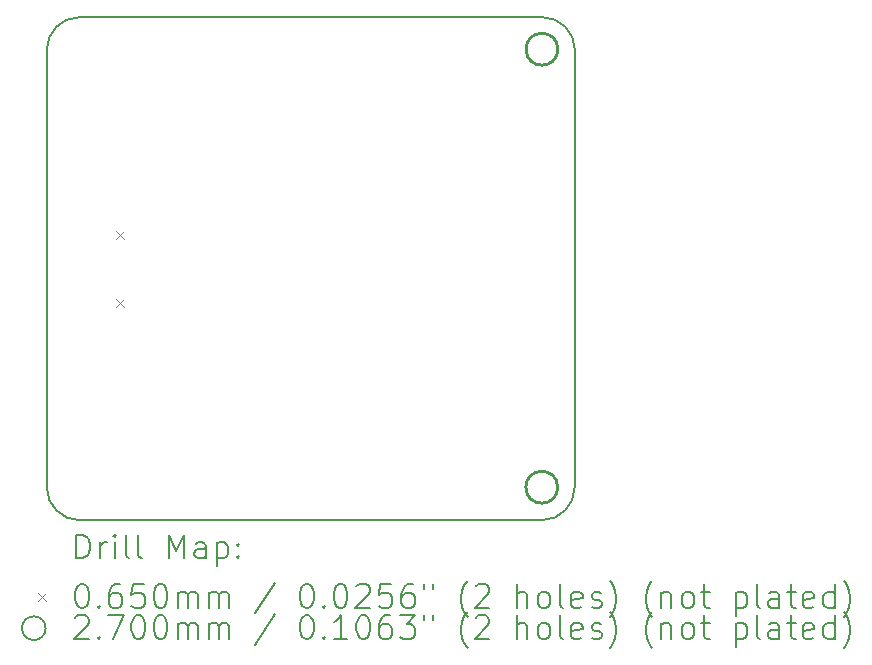
<source format=gbr>
%TF.GenerationSoftware,KiCad,Pcbnew,7.0.7*%
%TF.CreationDate,2024-01-20T15:39:34+01:00*%
%TF.ProjectId,esp-atx-power,6573702d-6174-4782-9d70-6f7765722e6b,1.0.0*%
%TF.SameCoordinates,PX6695f68PY7b6af88*%
%TF.FileFunction,Drillmap*%
%TF.FilePolarity,Positive*%
%FSLAX45Y45*%
G04 Gerber Fmt 4.5, Leading zero omitted, Abs format (unit mm)*
G04 Created by KiCad (PCBNEW 7.0.7) date 2024-01-20 15:39:34*
%MOMM*%
%LPD*%
G01*
G04 APERTURE LIST*
%ADD10C,0.200000*%
%ADD11C,0.065000*%
%ADD12C,0.270000*%
G04 APERTURE END LIST*
D10*
X4484504Y3980734D02*
G75*
G03*
X4205100Y4260134I-279404J-4D01*
G01*
X4203700Y0D02*
G75*
G03*
X4483100Y279400I0J279400D01*
G01*
X292100Y4260134D02*
X4205100Y4260134D01*
X12700Y279400D02*
G75*
G03*
X292100Y0I279400J0D01*
G01*
X4484500Y3980734D02*
X4483100Y279400D01*
X4203700Y0D02*
X292100Y0D01*
X12700Y279400D02*
X12700Y3980734D01*
X292100Y4260130D02*
G75*
G03*
X12700Y3980734I0J-279400D01*
G01*
D11*
X597700Y2448750D02*
X662700Y2383750D01*
X662700Y2448750D02*
X597700Y2383750D01*
X597700Y1870750D02*
X662700Y1805750D01*
X662700Y1870750D02*
X597700Y1805750D01*
D12*
X4338700Y279400D02*
G75*
G03*
X4338700Y279400I-135000J0D01*
G01*
X4340100Y3987800D02*
G75*
G03*
X4340100Y3987800I-135000J0D01*
G01*
D10*
X263477Y-321484D02*
X263477Y-121484D01*
X263477Y-121484D02*
X311096Y-121484D01*
X311096Y-121484D02*
X339667Y-131008D01*
X339667Y-131008D02*
X358715Y-150055D01*
X358715Y-150055D02*
X368239Y-169103D01*
X368239Y-169103D02*
X377762Y-207198D01*
X377762Y-207198D02*
X377762Y-235769D01*
X377762Y-235769D02*
X368239Y-273865D01*
X368239Y-273865D02*
X358715Y-292912D01*
X358715Y-292912D02*
X339667Y-311960D01*
X339667Y-311960D02*
X311096Y-321484D01*
X311096Y-321484D02*
X263477Y-321484D01*
X463477Y-321484D02*
X463477Y-188150D01*
X463477Y-226246D02*
X473001Y-207198D01*
X473001Y-207198D02*
X482524Y-197674D01*
X482524Y-197674D02*
X501572Y-188150D01*
X501572Y-188150D02*
X520620Y-188150D01*
X587286Y-321484D02*
X587286Y-188150D01*
X587286Y-121484D02*
X577763Y-131008D01*
X577763Y-131008D02*
X587286Y-140531D01*
X587286Y-140531D02*
X596810Y-131008D01*
X596810Y-131008D02*
X587286Y-121484D01*
X587286Y-121484D02*
X587286Y-140531D01*
X711096Y-321484D02*
X692048Y-311960D01*
X692048Y-311960D02*
X682524Y-292912D01*
X682524Y-292912D02*
X682524Y-121484D01*
X815858Y-321484D02*
X796810Y-311960D01*
X796810Y-311960D02*
X787286Y-292912D01*
X787286Y-292912D02*
X787286Y-121484D01*
X1044429Y-321484D02*
X1044429Y-121484D01*
X1044429Y-121484D02*
X1111096Y-264341D01*
X1111096Y-264341D02*
X1177763Y-121484D01*
X1177763Y-121484D02*
X1177763Y-321484D01*
X1358715Y-321484D02*
X1358715Y-216722D01*
X1358715Y-216722D02*
X1349191Y-197674D01*
X1349191Y-197674D02*
X1330144Y-188150D01*
X1330144Y-188150D02*
X1292048Y-188150D01*
X1292048Y-188150D02*
X1273001Y-197674D01*
X1358715Y-311960D02*
X1339667Y-321484D01*
X1339667Y-321484D02*
X1292048Y-321484D01*
X1292048Y-321484D02*
X1273001Y-311960D01*
X1273001Y-311960D02*
X1263477Y-292912D01*
X1263477Y-292912D02*
X1263477Y-273865D01*
X1263477Y-273865D02*
X1273001Y-254817D01*
X1273001Y-254817D02*
X1292048Y-245293D01*
X1292048Y-245293D02*
X1339667Y-245293D01*
X1339667Y-245293D02*
X1358715Y-235769D01*
X1453953Y-188150D02*
X1453953Y-388150D01*
X1453953Y-197674D02*
X1473001Y-188150D01*
X1473001Y-188150D02*
X1511096Y-188150D01*
X1511096Y-188150D02*
X1530143Y-197674D01*
X1530143Y-197674D02*
X1539667Y-207198D01*
X1539667Y-207198D02*
X1549191Y-226246D01*
X1549191Y-226246D02*
X1549191Y-283389D01*
X1549191Y-283389D02*
X1539667Y-302436D01*
X1539667Y-302436D02*
X1530143Y-311960D01*
X1530143Y-311960D02*
X1511096Y-321484D01*
X1511096Y-321484D02*
X1473001Y-321484D01*
X1473001Y-321484D02*
X1453953Y-311960D01*
X1634905Y-302436D02*
X1644429Y-311960D01*
X1644429Y-311960D02*
X1634905Y-321484D01*
X1634905Y-321484D02*
X1625382Y-311960D01*
X1625382Y-311960D02*
X1634905Y-302436D01*
X1634905Y-302436D02*
X1634905Y-321484D01*
X1634905Y-197674D02*
X1644429Y-207198D01*
X1644429Y-207198D02*
X1634905Y-216722D01*
X1634905Y-216722D02*
X1625382Y-207198D01*
X1625382Y-207198D02*
X1634905Y-197674D01*
X1634905Y-197674D02*
X1634905Y-216722D01*
D11*
X-62300Y-617500D02*
X2700Y-682500D01*
X2700Y-617500D02*
X-62300Y-682500D01*
D10*
X301572Y-541484D02*
X320620Y-541484D01*
X320620Y-541484D02*
X339667Y-551008D01*
X339667Y-551008D02*
X349191Y-560531D01*
X349191Y-560531D02*
X358715Y-579579D01*
X358715Y-579579D02*
X368239Y-617674D01*
X368239Y-617674D02*
X368239Y-665293D01*
X368239Y-665293D02*
X358715Y-703388D01*
X358715Y-703388D02*
X349191Y-722436D01*
X349191Y-722436D02*
X339667Y-731960D01*
X339667Y-731960D02*
X320620Y-741484D01*
X320620Y-741484D02*
X301572Y-741484D01*
X301572Y-741484D02*
X282524Y-731960D01*
X282524Y-731960D02*
X273001Y-722436D01*
X273001Y-722436D02*
X263477Y-703388D01*
X263477Y-703388D02*
X253953Y-665293D01*
X253953Y-665293D02*
X253953Y-617674D01*
X253953Y-617674D02*
X263477Y-579579D01*
X263477Y-579579D02*
X273001Y-560531D01*
X273001Y-560531D02*
X282524Y-551008D01*
X282524Y-551008D02*
X301572Y-541484D01*
X453953Y-722436D02*
X463477Y-731960D01*
X463477Y-731960D02*
X453953Y-741484D01*
X453953Y-741484D02*
X444429Y-731960D01*
X444429Y-731960D02*
X453953Y-722436D01*
X453953Y-722436D02*
X453953Y-741484D01*
X634905Y-541484D02*
X596810Y-541484D01*
X596810Y-541484D02*
X577763Y-551008D01*
X577763Y-551008D02*
X568239Y-560531D01*
X568239Y-560531D02*
X549191Y-589103D01*
X549191Y-589103D02*
X539667Y-627198D01*
X539667Y-627198D02*
X539667Y-703388D01*
X539667Y-703388D02*
X549191Y-722436D01*
X549191Y-722436D02*
X558715Y-731960D01*
X558715Y-731960D02*
X577763Y-741484D01*
X577763Y-741484D02*
X615858Y-741484D01*
X615858Y-741484D02*
X634905Y-731960D01*
X634905Y-731960D02*
X644429Y-722436D01*
X644429Y-722436D02*
X653953Y-703388D01*
X653953Y-703388D02*
X653953Y-655770D01*
X653953Y-655770D02*
X644429Y-636722D01*
X644429Y-636722D02*
X634905Y-627198D01*
X634905Y-627198D02*
X615858Y-617674D01*
X615858Y-617674D02*
X577763Y-617674D01*
X577763Y-617674D02*
X558715Y-627198D01*
X558715Y-627198D02*
X549191Y-636722D01*
X549191Y-636722D02*
X539667Y-655770D01*
X834905Y-541484D02*
X739667Y-541484D01*
X739667Y-541484D02*
X730143Y-636722D01*
X730143Y-636722D02*
X739667Y-627198D01*
X739667Y-627198D02*
X758715Y-617674D01*
X758715Y-617674D02*
X806334Y-617674D01*
X806334Y-617674D02*
X825382Y-627198D01*
X825382Y-627198D02*
X834905Y-636722D01*
X834905Y-636722D02*
X844429Y-655770D01*
X844429Y-655770D02*
X844429Y-703388D01*
X844429Y-703388D02*
X834905Y-722436D01*
X834905Y-722436D02*
X825382Y-731960D01*
X825382Y-731960D02*
X806334Y-741484D01*
X806334Y-741484D02*
X758715Y-741484D01*
X758715Y-741484D02*
X739667Y-731960D01*
X739667Y-731960D02*
X730143Y-722436D01*
X968239Y-541484D02*
X987286Y-541484D01*
X987286Y-541484D02*
X1006334Y-551008D01*
X1006334Y-551008D02*
X1015858Y-560531D01*
X1015858Y-560531D02*
X1025382Y-579579D01*
X1025382Y-579579D02*
X1034905Y-617674D01*
X1034905Y-617674D02*
X1034905Y-665293D01*
X1034905Y-665293D02*
X1025382Y-703388D01*
X1025382Y-703388D02*
X1015858Y-722436D01*
X1015858Y-722436D02*
X1006334Y-731960D01*
X1006334Y-731960D02*
X987286Y-741484D01*
X987286Y-741484D02*
X968239Y-741484D01*
X968239Y-741484D02*
X949191Y-731960D01*
X949191Y-731960D02*
X939667Y-722436D01*
X939667Y-722436D02*
X930143Y-703388D01*
X930143Y-703388D02*
X920620Y-665293D01*
X920620Y-665293D02*
X920620Y-617674D01*
X920620Y-617674D02*
X930143Y-579579D01*
X930143Y-579579D02*
X939667Y-560531D01*
X939667Y-560531D02*
X949191Y-551008D01*
X949191Y-551008D02*
X968239Y-541484D01*
X1120620Y-741484D02*
X1120620Y-608150D01*
X1120620Y-627198D02*
X1130144Y-617674D01*
X1130144Y-617674D02*
X1149191Y-608150D01*
X1149191Y-608150D02*
X1177763Y-608150D01*
X1177763Y-608150D02*
X1196810Y-617674D01*
X1196810Y-617674D02*
X1206334Y-636722D01*
X1206334Y-636722D02*
X1206334Y-741484D01*
X1206334Y-636722D02*
X1215858Y-617674D01*
X1215858Y-617674D02*
X1234905Y-608150D01*
X1234905Y-608150D02*
X1263477Y-608150D01*
X1263477Y-608150D02*
X1282525Y-617674D01*
X1282525Y-617674D02*
X1292048Y-636722D01*
X1292048Y-636722D02*
X1292048Y-741484D01*
X1387286Y-741484D02*
X1387286Y-608150D01*
X1387286Y-627198D02*
X1396810Y-617674D01*
X1396810Y-617674D02*
X1415858Y-608150D01*
X1415858Y-608150D02*
X1444429Y-608150D01*
X1444429Y-608150D02*
X1463477Y-617674D01*
X1463477Y-617674D02*
X1473001Y-636722D01*
X1473001Y-636722D02*
X1473001Y-741484D01*
X1473001Y-636722D02*
X1482524Y-617674D01*
X1482524Y-617674D02*
X1501572Y-608150D01*
X1501572Y-608150D02*
X1530143Y-608150D01*
X1530143Y-608150D02*
X1549191Y-617674D01*
X1549191Y-617674D02*
X1558715Y-636722D01*
X1558715Y-636722D02*
X1558715Y-741484D01*
X1949191Y-531960D02*
X1777763Y-789103D01*
X2206334Y-541484D02*
X2225382Y-541484D01*
X2225382Y-541484D02*
X2244429Y-551008D01*
X2244429Y-551008D02*
X2253953Y-560531D01*
X2253953Y-560531D02*
X2263477Y-579579D01*
X2263477Y-579579D02*
X2273001Y-617674D01*
X2273001Y-617674D02*
X2273001Y-665293D01*
X2273001Y-665293D02*
X2263477Y-703388D01*
X2263477Y-703388D02*
X2253953Y-722436D01*
X2253953Y-722436D02*
X2244429Y-731960D01*
X2244429Y-731960D02*
X2225382Y-741484D01*
X2225382Y-741484D02*
X2206334Y-741484D01*
X2206334Y-741484D02*
X2187287Y-731960D01*
X2187287Y-731960D02*
X2177763Y-722436D01*
X2177763Y-722436D02*
X2168239Y-703388D01*
X2168239Y-703388D02*
X2158715Y-665293D01*
X2158715Y-665293D02*
X2158715Y-617674D01*
X2158715Y-617674D02*
X2168239Y-579579D01*
X2168239Y-579579D02*
X2177763Y-560531D01*
X2177763Y-560531D02*
X2187287Y-551008D01*
X2187287Y-551008D02*
X2206334Y-541484D01*
X2358715Y-722436D02*
X2368239Y-731960D01*
X2368239Y-731960D02*
X2358715Y-741484D01*
X2358715Y-741484D02*
X2349191Y-731960D01*
X2349191Y-731960D02*
X2358715Y-722436D01*
X2358715Y-722436D02*
X2358715Y-741484D01*
X2492048Y-541484D02*
X2511096Y-541484D01*
X2511096Y-541484D02*
X2530144Y-551008D01*
X2530144Y-551008D02*
X2539668Y-560531D01*
X2539668Y-560531D02*
X2549191Y-579579D01*
X2549191Y-579579D02*
X2558715Y-617674D01*
X2558715Y-617674D02*
X2558715Y-665293D01*
X2558715Y-665293D02*
X2549191Y-703388D01*
X2549191Y-703388D02*
X2539668Y-722436D01*
X2539668Y-722436D02*
X2530144Y-731960D01*
X2530144Y-731960D02*
X2511096Y-741484D01*
X2511096Y-741484D02*
X2492048Y-741484D01*
X2492048Y-741484D02*
X2473001Y-731960D01*
X2473001Y-731960D02*
X2463477Y-722436D01*
X2463477Y-722436D02*
X2453953Y-703388D01*
X2453953Y-703388D02*
X2444429Y-665293D01*
X2444429Y-665293D02*
X2444429Y-617674D01*
X2444429Y-617674D02*
X2453953Y-579579D01*
X2453953Y-579579D02*
X2463477Y-560531D01*
X2463477Y-560531D02*
X2473001Y-551008D01*
X2473001Y-551008D02*
X2492048Y-541484D01*
X2634906Y-560531D02*
X2644429Y-551008D01*
X2644429Y-551008D02*
X2663477Y-541484D01*
X2663477Y-541484D02*
X2711096Y-541484D01*
X2711096Y-541484D02*
X2730144Y-551008D01*
X2730144Y-551008D02*
X2739668Y-560531D01*
X2739668Y-560531D02*
X2749191Y-579579D01*
X2749191Y-579579D02*
X2749191Y-598627D01*
X2749191Y-598627D02*
X2739668Y-627198D01*
X2739668Y-627198D02*
X2625382Y-741484D01*
X2625382Y-741484D02*
X2749191Y-741484D01*
X2930144Y-541484D02*
X2834906Y-541484D01*
X2834906Y-541484D02*
X2825382Y-636722D01*
X2825382Y-636722D02*
X2834906Y-627198D01*
X2834906Y-627198D02*
X2853953Y-617674D01*
X2853953Y-617674D02*
X2901572Y-617674D01*
X2901572Y-617674D02*
X2920620Y-627198D01*
X2920620Y-627198D02*
X2930144Y-636722D01*
X2930144Y-636722D02*
X2939667Y-655770D01*
X2939667Y-655770D02*
X2939667Y-703388D01*
X2939667Y-703388D02*
X2930144Y-722436D01*
X2930144Y-722436D02*
X2920620Y-731960D01*
X2920620Y-731960D02*
X2901572Y-741484D01*
X2901572Y-741484D02*
X2853953Y-741484D01*
X2853953Y-741484D02*
X2834906Y-731960D01*
X2834906Y-731960D02*
X2825382Y-722436D01*
X3111096Y-541484D02*
X3073001Y-541484D01*
X3073001Y-541484D02*
X3053953Y-551008D01*
X3053953Y-551008D02*
X3044429Y-560531D01*
X3044429Y-560531D02*
X3025382Y-589103D01*
X3025382Y-589103D02*
X3015858Y-627198D01*
X3015858Y-627198D02*
X3015858Y-703388D01*
X3015858Y-703388D02*
X3025382Y-722436D01*
X3025382Y-722436D02*
X3034906Y-731960D01*
X3034906Y-731960D02*
X3053953Y-741484D01*
X3053953Y-741484D02*
X3092048Y-741484D01*
X3092048Y-741484D02*
X3111096Y-731960D01*
X3111096Y-731960D02*
X3120620Y-722436D01*
X3120620Y-722436D02*
X3130144Y-703388D01*
X3130144Y-703388D02*
X3130144Y-655770D01*
X3130144Y-655770D02*
X3120620Y-636722D01*
X3120620Y-636722D02*
X3111096Y-627198D01*
X3111096Y-627198D02*
X3092048Y-617674D01*
X3092048Y-617674D02*
X3053953Y-617674D01*
X3053953Y-617674D02*
X3034906Y-627198D01*
X3034906Y-627198D02*
X3025382Y-636722D01*
X3025382Y-636722D02*
X3015858Y-655770D01*
X3206334Y-541484D02*
X3206334Y-579579D01*
X3282525Y-541484D02*
X3282525Y-579579D01*
X3577763Y-817674D02*
X3568239Y-808150D01*
X3568239Y-808150D02*
X3549191Y-779579D01*
X3549191Y-779579D02*
X3539668Y-760531D01*
X3539668Y-760531D02*
X3530144Y-731960D01*
X3530144Y-731960D02*
X3520620Y-684341D01*
X3520620Y-684341D02*
X3520620Y-646246D01*
X3520620Y-646246D02*
X3530144Y-598627D01*
X3530144Y-598627D02*
X3539668Y-570055D01*
X3539668Y-570055D02*
X3549191Y-551008D01*
X3549191Y-551008D02*
X3568239Y-522436D01*
X3568239Y-522436D02*
X3577763Y-512912D01*
X3644429Y-560531D02*
X3653953Y-551008D01*
X3653953Y-551008D02*
X3673001Y-541484D01*
X3673001Y-541484D02*
X3720620Y-541484D01*
X3720620Y-541484D02*
X3739668Y-551008D01*
X3739668Y-551008D02*
X3749191Y-560531D01*
X3749191Y-560531D02*
X3758715Y-579579D01*
X3758715Y-579579D02*
X3758715Y-598627D01*
X3758715Y-598627D02*
X3749191Y-627198D01*
X3749191Y-627198D02*
X3634906Y-741484D01*
X3634906Y-741484D02*
X3758715Y-741484D01*
X3996810Y-741484D02*
X3996810Y-541484D01*
X4082525Y-741484D02*
X4082525Y-636722D01*
X4082525Y-636722D02*
X4073001Y-617674D01*
X4073001Y-617674D02*
X4053953Y-608150D01*
X4053953Y-608150D02*
X4025382Y-608150D01*
X4025382Y-608150D02*
X4006334Y-617674D01*
X4006334Y-617674D02*
X3996810Y-627198D01*
X4206334Y-741484D02*
X4187287Y-731960D01*
X4187287Y-731960D02*
X4177763Y-722436D01*
X4177763Y-722436D02*
X4168239Y-703388D01*
X4168239Y-703388D02*
X4168239Y-646246D01*
X4168239Y-646246D02*
X4177763Y-627198D01*
X4177763Y-627198D02*
X4187287Y-617674D01*
X4187287Y-617674D02*
X4206334Y-608150D01*
X4206334Y-608150D02*
X4234906Y-608150D01*
X4234906Y-608150D02*
X4253953Y-617674D01*
X4253953Y-617674D02*
X4263477Y-627198D01*
X4263477Y-627198D02*
X4273001Y-646246D01*
X4273001Y-646246D02*
X4273001Y-703388D01*
X4273001Y-703388D02*
X4263477Y-722436D01*
X4263477Y-722436D02*
X4253953Y-731960D01*
X4253953Y-731960D02*
X4234906Y-741484D01*
X4234906Y-741484D02*
X4206334Y-741484D01*
X4387287Y-741484D02*
X4368239Y-731960D01*
X4368239Y-731960D02*
X4358715Y-712912D01*
X4358715Y-712912D02*
X4358715Y-541484D01*
X4539668Y-731960D02*
X4520620Y-741484D01*
X4520620Y-741484D02*
X4482525Y-741484D01*
X4482525Y-741484D02*
X4463477Y-731960D01*
X4463477Y-731960D02*
X4453953Y-712912D01*
X4453953Y-712912D02*
X4453953Y-636722D01*
X4453953Y-636722D02*
X4463477Y-617674D01*
X4463477Y-617674D02*
X4482525Y-608150D01*
X4482525Y-608150D02*
X4520620Y-608150D01*
X4520620Y-608150D02*
X4539668Y-617674D01*
X4539668Y-617674D02*
X4549192Y-636722D01*
X4549192Y-636722D02*
X4549192Y-655770D01*
X4549192Y-655770D02*
X4453953Y-674817D01*
X4625382Y-731960D02*
X4644430Y-741484D01*
X4644430Y-741484D02*
X4682525Y-741484D01*
X4682525Y-741484D02*
X4701573Y-731960D01*
X4701573Y-731960D02*
X4711096Y-712912D01*
X4711096Y-712912D02*
X4711096Y-703388D01*
X4711096Y-703388D02*
X4701573Y-684341D01*
X4701573Y-684341D02*
X4682525Y-674817D01*
X4682525Y-674817D02*
X4653953Y-674817D01*
X4653953Y-674817D02*
X4634906Y-665293D01*
X4634906Y-665293D02*
X4625382Y-646246D01*
X4625382Y-646246D02*
X4625382Y-636722D01*
X4625382Y-636722D02*
X4634906Y-617674D01*
X4634906Y-617674D02*
X4653953Y-608150D01*
X4653953Y-608150D02*
X4682525Y-608150D01*
X4682525Y-608150D02*
X4701573Y-617674D01*
X4777763Y-817674D02*
X4787287Y-808150D01*
X4787287Y-808150D02*
X4806334Y-779579D01*
X4806334Y-779579D02*
X4815858Y-760531D01*
X4815858Y-760531D02*
X4825382Y-731960D01*
X4825382Y-731960D02*
X4834906Y-684341D01*
X4834906Y-684341D02*
X4834906Y-646246D01*
X4834906Y-646246D02*
X4825382Y-598627D01*
X4825382Y-598627D02*
X4815858Y-570055D01*
X4815858Y-570055D02*
X4806334Y-551008D01*
X4806334Y-551008D02*
X4787287Y-522436D01*
X4787287Y-522436D02*
X4777763Y-512912D01*
X5139668Y-817674D02*
X5130144Y-808150D01*
X5130144Y-808150D02*
X5111096Y-779579D01*
X5111096Y-779579D02*
X5101573Y-760531D01*
X5101573Y-760531D02*
X5092049Y-731960D01*
X5092049Y-731960D02*
X5082525Y-684341D01*
X5082525Y-684341D02*
X5082525Y-646246D01*
X5082525Y-646246D02*
X5092049Y-598627D01*
X5092049Y-598627D02*
X5101573Y-570055D01*
X5101573Y-570055D02*
X5111096Y-551008D01*
X5111096Y-551008D02*
X5130144Y-522436D01*
X5130144Y-522436D02*
X5139668Y-512912D01*
X5215858Y-608150D02*
X5215858Y-741484D01*
X5215858Y-627198D02*
X5225382Y-617674D01*
X5225382Y-617674D02*
X5244430Y-608150D01*
X5244430Y-608150D02*
X5273001Y-608150D01*
X5273001Y-608150D02*
X5292049Y-617674D01*
X5292049Y-617674D02*
X5301573Y-636722D01*
X5301573Y-636722D02*
X5301573Y-741484D01*
X5425382Y-741484D02*
X5406334Y-731960D01*
X5406334Y-731960D02*
X5396811Y-722436D01*
X5396811Y-722436D02*
X5387287Y-703388D01*
X5387287Y-703388D02*
X5387287Y-646246D01*
X5387287Y-646246D02*
X5396811Y-627198D01*
X5396811Y-627198D02*
X5406334Y-617674D01*
X5406334Y-617674D02*
X5425382Y-608150D01*
X5425382Y-608150D02*
X5453954Y-608150D01*
X5453954Y-608150D02*
X5473001Y-617674D01*
X5473001Y-617674D02*
X5482525Y-627198D01*
X5482525Y-627198D02*
X5492049Y-646246D01*
X5492049Y-646246D02*
X5492049Y-703388D01*
X5492049Y-703388D02*
X5482525Y-722436D01*
X5482525Y-722436D02*
X5473001Y-731960D01*
X5473001Y-731960D02*
X5453954Y-741484D01*
X5453954Y-741484D02*
X5425382Y-741484D01*
X5549192Y-608150D02*
X5625382Y-608150D01*
X5577763Y-541484D02*
X5577763Y-712912D01*
X5577763Y-712912D02*
X5587287Y-731960D01*
X5587287Y-731960D02*
X5606334Y-741484D01*
X5606334Y-741484D02*
X5625382Y-741484D01*
X5844430Y-608150D02*
X5844430Y-808150D01*
X5844430Y-617674D02*
X5863477Y-608150D01*
X5863477Y-608150D02*
X5901573Y-608150D01*
X5901573Y-608150D02*
X5920620Y-617674D01*
X5920620Y-617674D02*
X5930144Y-627198D01*
X5930144Y-627198D02*
X5939668Y-646246D01*
X5939668Y-646246D02*
X5939668Y-703388D01*
X5939668Y-703388D02*
X5930144Y-722436D01*
X5930144Y-722436D02*
X5920620Y-731960D01*
X5920620Y-731960D02*
X5901573Y-741484D01*
X5901573Y-741484D02*
X5863477Y-741484D01*
X5863477Y-741484D02*
X5844430Y-731960D01*
X6053953Y-741484D02*
X6034906Y-731960D01*
X6034906Y-731960D02*
X6025382Y-712912D01*
X6025382Y-712912D02*
X6025382Y-541484D01*
X6215858Y-741484D02*
X6215858Y-636722D01*
X6215858Y-636722D02*
X6206334Y-617674D01*
X6206334Y-617674D02*
X6187287Y-608150D01*
X6187287Y-608150D02*
X6149192Y-608150D01*
X6149192Y-608150D02*
X6130144Y-617674D01*
X6215858Y-731960D02*
X6196811Y-741484D01*
X6196811Y-741484D02*
X6149192Y-741484D01*
X6149192Y-741484D02*
X6130144Y-731960D01*
X6130144Y-731960D02*
X6120620Y-712912D01*
X6120620Y-712912D02*
X6120620Y-693865D01*
X6120620Y-693865D02*
X6130144Y-674817D01*
X6130144Y-674817D02*
X6149192Y-665293D01*
X6149192Y-665293D02*
X6196811Y-665293D01*
X6196811Y-665293D02*
X6215858Y-655770D01*
X6282525Y-608150D02*
X6358715Y-608150D01*
X6311096Y-541484D02*
X6311096Y-712912D01*
X6311096Y-712912D02*
X6320620Y-731960D01*
X6320620Y-731960D02*
X6339668Y-741484D01*
X6339668Y-741484D02*
X6358715Y-741484D01*
X6501573Y-731960D02*
X6482525Y-741484D01*
X6482525Y-741484D02*
X6444430Y-741484D01*
X6444430Y-741484D02*
X6425382Y-731960D01*
X6425382Y-731960D02*
X6415858Y-712912D01*
X6415858Y-712912D02*
X6415858Y-636722D01*
X6415858Y-636722D02*
X6425382Y-617674D01*
X6425382Y-617674D02*
X6444430Y-608150D01*
X6444430Y-608150D02*
X6482525Y-608150D01*
X6482525Y-608150D02*
X6501573Y-617674D01*
X6501573Y-617674D02*
X6511096Y-636722D01*
X6511096Y-636722D02*
X6511096Y-655770D01*
X6511096Y-655770D02*
X6415858Y-674817D01*
X6682525Y-741484D02*
X6682525Y-541484D01*
X6682525Y-731960D02*
X6663477Y-741484D01*
X6663477Y-741484D02*
X6625382Y-741484D01*
X6625382Y-741484D02*
X6606334Y-731960D01*
X6606334Y-731960D02*
X6596811Y-722436D01*
X6596811Y-722436D02*
X6587287Y-703388D01*
X6587287Y-703388D02*
X6587287Y-646246D01*
X6587287Y-646246D02*
X6596811Y-627198D01*
X6596811Y-627198D02*
X6606334Y-617674D01*
X6606334Y-617674D02*
X6625382Y-608150D01*
X6625382Y-608150D02*
X6663477Y-608150D01*
X6663477Y-608150D02*
X6682525Y-617674D01*
X6758715Y-817674D02*
X6768239Y-808150D01*
X6768239Y-808150D02*
X6787287Y-779579D01*
X6787287Y-779579D02*
X6796811Y-760531D01*
X6796811Y-760531D02*
X6806334Y-731960D01*
X6806334Y-731960D02*
X6815858Y-684341D01*
X6815858Y-684341D02*
X6815858Y-646246D01*
X6815858Y-646246D02*
X6806334Y-598627D01*
X6806334Y-598627D02*
X6796811Y-570055D01*
X6796811Y-570055D02*
X6787287Y-551008D01*
X6787287Y-551008D02*
X6768239Y-522436D01*
X6768239Y-522436D02*
X6758715Y-512912D01*
X2700Y-914000D02*
G75*
G03*
X2700Y-914000I-100000J0D01*
G01*
X253953Y-824531D02*
X263477Y-815008D01*
X263477Y-815008D02*
X282524Y-805484D01*
X282524Y-805484D02*
X330144Y-805484D01*
X330144Y-805484D02*
X349191Y-815008D01*
X349191Y-815008D02*
X358715Y-824531D01*
X358715Y-824531D02*
X368239Y-843579D01*
X368239Y-843579D02*
X368239Y-862627D01*
X368239Y-862627D02*
X358715Y-891198D01*
X358715Y-891198D02*
X244429Y-1005484D01*
X244429Y-1005484D02*
X368239Y-1005484D01*
X453953Y-986436D02*
X463477Y-995960D01*
X463477Y-995960D02*
X453953Y-1005484D01*
X453953Y-1005484D02*
X444429Y-995960D01*
X444429Y-995960D02*
X453953Y-986436D01*
X453953Y-986436D02*
X453953Y-1005484D01*
X530144Y-805484D02*
X663477Y-805484D01*
X663477Y-805484D02*
X577763Y-1005484D01*
X777762Y-805484D02*
X796810Y-805484D01*
X796810Y-805484D02*
X815858Y-815008D01*
X815858Y-815008D02*
X825382Y-824531D01*
X825382Y-824531D02*
X834905Y-843579D01*
X834905Y-843579D02*
X844429Y-881674D01*
X844429Y-881674D02*
X844429Y-929293D01*
X844429Y-929293D02*
X834905Y-967388D01*
X834905Y-967388D02*
X825382Y-986436D01*
X825382Y-986436D02*
X815858Y-995960D01*
X815858Y-995960D02*
X796810Y-1005484D01*
X796810Y-1005484D02*
X777762Y-1005484D01*
X777762Y-1005484D02*
X758715Y-995960D01*
X758715Y-995960D02*
X749191Y-986436D01*
X749191Y-986436D02*
X739667Y-967388D01*
X739667Y-967388D02*
X730143Y-929293D01*
X730143Y-929293D02*
X730143Y-881674D01*
X730143Y-881674D02*
X739667Y-843579D01*
X739667Y-843579D02*
X749191Y-824531D01*
X749191Y-824531D02*
X758715Y-815008D01*
X758715Y-815008D02*
X777762Y-805484D01*
X968239Y-805484D02*
X987286Y-805484D01*
X987286Y-805484D02*
X1006334Y-815008D01*
X1006334Y-815008D02*
X1015858Y-824531D01*
X1015858Y-824531D02*
X1025382Y-843579D01*
X1025382Y-843579D02*
X1034905Y-881674D01*
X1034905Y-881674D02*
X1034905Y-929293D01*
X1034905Y-929293D02*
X1025382Y-967388D01*
X1025382Y-967388D02*
X1015858Y-986436D01*
X1015858Y-986436D02*
X1006334Y-995960D01*
X1006334Y-995960D02*
X987286Y-1005484D01*
X987286Y-1005484D02*
X968239Y-1005484D01*
X968239Y-1005484D02*
X949191Y-995960D01*
X949191Y-995960D02*
X939667Y-986436D01*
X939667Y-986436D02*
X930143Y-967388D01*
X930143Y-967388D02*
X920620Y-929293D01*
X920620Y-929293D02*
X920620Y-881674D01*
X920620Y-881674D02*
X930143Y-843579D01*
X930143Y-843579D02*
X939667Y-824531D01*
X939667Y-824531D02*
X949191Y-815008D01*
X949191Y-815008D02*
X968239Y-805484D01*
X1120620Y-1005484D02*
X1120620Y-872150D01*
X1120620Y-891198D02*
X1130144Y-881674D01*
X1130144Y-881674D02*
X1149191Y-872150D01*
X1149191Y-872150D02*
X1177763Y-872150D01*
X1177763Y-872150D02*
X1196810Y-881674D01*
X1196810Y-881674D02*
X1206334Y-900722D01*
X1206334Y-900722D02*
X1206334Y-1005484D01*
X1206334Y-900722D02*
X1215858Y-881674D01*
X1215858Y-881674D02*
X1234905Y-872150D01*
X1234905Y-872150D02*
X1263477Y-872150D01*
X1263477Y-872150D02*
X1282525Y-881674D01*
X1282525Y-881674D02*
X1292048Y-900722D01*
X1292048Y-900722D02*
X1292048Y-1005484D01*
X1387286Y-1005484D02*
X1387286Y-872150D01*
X1387286Y-891198D02*
X1396810Y-881674D01*
X1396810Y-881674D02*
X1415858Y-872150D01*
X1415858Y-872150D02*
X1444429Y-872150D01*
X1444429Y-872150D02*
X1463477Y-881674D01*
X1463477Y-881674D02*
X1473001Y-900722D01*
X1473001Y-900722D02*
X1473001Y-1005484D01*
X1473001Y-900722D02*
X1482524Y-881674D01*
X1482524Y-881674D02*
X1501572Y-872150D01*
X1501572Y-872150D02*
X1530143Y-872150D01*
X1530143Y-872150D02*
X1549191Y-881674D01*
X1549191Y-881674D02*
X1558715Y-900722D01*
X1558715Y-900722D02*
X1558715Y-1005484D01*
X1949191Y-795960D02*
X1777763Y-1053103D01*
X2206334Y-805484D02*
X2225382Y-805484D01*
X2225382Y-805484D02*
X2244429Y-815008D01*
X2244429Y-815008D02*
X2253953Y-824531D01*
X2253953Y-824531D02*
X2263477Y-843579D01*
X2263477Y-843579D02*
X2273001Y-881674D01*
X2273001Y-881674D02*
X2273001Y-929293D01*
X2273001Y-929293D02*
X2263477Y-967388D01*
X2263477Y-967388D02*
X2253953Y-986436D01*
X2253953Y-986436D02*
X2244429Y-995960D01*
X2244429Y-995960D02*
X2225382Y-1005484D01*
X2225382Y-1005484D02*
X2206334Y-1005484D01*
X2206334Y-1005484D02*
X2187287Y-995960D01*
X2187287Y-995960D02*
X2177763Y-986436D01*
X2177763Y-986436D02*
X2168239Y-967388D01*
X2168239Y-967388D02*
X2158715Y-929293D01*
X2158715Y-929293D02*
X2158715Y-881674D01*
X2158715Y-881674D02*
X2168239Y-843579D01*
X2168239Y-843579D02*
X2177763Y-824531D01*
X2177763Y-824531D02*
X2187287Y-815008D01*
X2187287Y-815008D02*
X2206334Y-805484D01*
X2358715Y-986436D02*
X2368239Y-995960D01*
X2368239Y-995960D02*
X2358715Y-1005484D01*
X2358715Y-1005484D02*
X2349191Y-995960D01*
X2349191Y-995960D02*
X2358715Y-986436D01*
X2358715Y-986436D02*
X2358715Y-1005484D01*
X2558715Y-1005484D02*
X2444429Y-1005484D01*
X2501572Y-1005484D02*
X2501572Y-805484D01*
X2501572Y-805484D02*
X2482525Y-834055D01*
X2482525Y-834055D02*
X2463477Y-853103D01*
X2463477Y-853103D02*
X2444429Y-862627D01*
X2682525Y-805484D02*
X2701572Y-805484D01*
X2701572Y-805484D02*
X2720620Y-815008D01*
X2720620Y-815008D02*
X2730144Y-824531D01*
X2730144Y-824531D02*
X2739668Y-843579D01*
X2739668Y-843579D02*
X2749191Y-881674D01*
X2749191Y-881674D02*
X2749191Y-929293D01*
X2749191Y-929293D02*
X2739668Y-967388D01*
X2739668Y-967388D02*
X2730144Y-986436D01*
X2730144Y-986436D02*
X2720620Y-995960D01*
X2720620Y-995960D02*
X2701572Y-1005484D01*
X2701572Y-1005484D02*
X2682525Y-1005484D01*
X2682525Y-1005484D02*
X2663477Y-995960D01*
X2663477Y-995960D02*
X2653953Y-986436D01*
X2653953Y-986436D02*
X2644429Y-967388D01*
X2644429Y-967388D02*
X2634906Y-929293D01*
X2634906Y-929293D02*
X2634906Y-881674D01*
X2634906Y-881674D02*
X2644429Y-843579D01*
X2644429Y-843579D02*
X2653953Y-824531D01*
X2653953Y-824531D02*
X2663477Y-815008D01*
X2663477Y-815008D02*
X2682525Y-805484D01*
X2920620Y-805484D02*
X2882525Y-805484D01*
X2882525Y-805484D02*
X2863477Y-815008D01*
X2863477Y-815008D02*
X2853953Y-824531D01*
X2853953Y-824531D02*
X2834906Y-853103D01*
X2834906Y-853103D02*
X2825382Y-891198D01*
X2825382Y-891198D02*
X2825382Y-967388D01*
X2825382Y-967388D02*
X2834906Y-986436D01*
X2834906Y-986436D02*
X2844429Y-995960D01*
X2844429Y-995960D02*
X2863477Y-1005484D01*
X2863477Y-1005484D02*
X2901572Y-1005484D01*
X2901572Y-1005484D02*
X2920620Y-995960D01*
X2920620Y-995960D02*
X2930144Y-986436D01*
X2930144Y-986436D02*
X2939667Y-967388D01*
X2939667Y-967388D02*
X2939667Y-919769D01*
X2939667Y-919769D02*
X2930144Y-900722D01*
X2930144Y-900722D02*
X2920620Y-891198D01*
X2920620Y-891198D02*
X2901572Y-881674D01*
X2901572Y-881674D02*
X2863477Y-881674D01*
X2863477Y-881674D02*
X2844429Y-891198D01*
X2844429Y-891198D02*
X2834906Y-900722D01*
X2834906Y-900722D02*
X2825382Y-919769D01*
X3006334Y-805484D02*
X3130144Y-805484D01*
X3130144Y-805484D02*
X3063477Y-881674D01*
X3063477Y-881674D02*
X3092048Y-881674D01*
X3092048Y-881674D02*
X3111096Y-891198D01*
X3111096Y-891198D02*
X3120620Y-900722D01*
X3120620Y-900722D02*
X3130144Y-919769D01*
X3130144Y-919769D02*
X3130144Y-967388D01*
X3130144Y-967388D02*
X3120620Y-986436D01*
X3120620Y-986436D02*
X3111096Y-995960D01*
X3111096Y-995960D02*
X3092048Y-1005484D01*
X3092048Y-1005484D02*
X3034906Y-1005484D01*
X3034906Y-1005484D02*
X3015858Y-995960D01*
X3015858Y-995960D02*
X3006334Y-986436D01*
X3206334Y-805484D02*
X3206334Y-843579D01*
X3282525Y-805484D02*
X3282525Y-843579D01*
X3577763Y-1081674D02*
X3568239Y-1072150D01*
X3568239Y-1072150D02*
X3549191Y-1043579D01*
X3549191Y-1043579D02*
X3539668Y-1024531D01*
X3539668Y-1024531D02*
X3530144Y-995960D01*
X3530144Y-995960D02*
X3520620Y-948341D01*
X3520620Y-948341D02*
X3520620Y-910246D01*
X3520620Y-910246D02*
X3530144Y-862627D01*
X3530144Y-862627D02*
X3539668Y-834055D01*
X3539668Y-834055D02*
X3549191Y-815008D01*
X3549191Y-815008D02*
X3568239Y-786436D01*
X3568239Y-786436D02*
X3577763Y-776912D01*
X3644429Y-824531D02*
X3653953Y-815008D01*
X3653953Y-815008D02*
X3673001Y-805484D01*
X3673001Y-805484D02*
X3720620Y-805484D01*
X3720620Y-805484D02*
X3739668Y-815008D01*
X3739668Y-815008D02*
X3749191Y-824531D01*
X3749191Y-824531D02*
X3758715Y-843579D01*
X3758715Y-843579D02*
X3758715Y-862627D01*
X3758715Y-862627D02*
X3749191Y-891198D01*
X3749191Y-891198D02*
X3634906Y-1005484D01*
X3634906Y-1005484D02*
X3758715Y-1005484D01*
X3996810Y-1005484D02*
X3996810Y-805484D01*
X4082525Y-1005484D02*
X4082525Y-900722D01*
X4082525Y-900722D02*
X4073001Y-881674D01*
X4073001Y-881674D02*
X4053953Y-872150D01*
X4053953Y-872150D02*
X4025382Y-872150D01*
X4025382Y-872150D02*
X4006334Y-881674D01*
X4006334Y-881674D02*
X3996810Y-891198D01*
X4206334Y-1005484D02*
X4187287Y-995960D01*
X4187287Y-995960D02*
X4177763Y-986436D01*
X4177763Y-986436D02*
X4168239Y-967388D01*
X4168239Y-967388D02*
X4168239Y-910246D01*
X4168239Y-910246D02*
X4177763Y-891198D01*
X4177763Y-891198D02*
X4187287Y-881674D01*
X4187287Y-881674D02*
X4206334Y-872150D01*
X4206334Y-872150D02*
X4234906Y-872150D01*
X4234906Y-872150D02*
X4253953Y-881674D01*
X4253953Y-881674D02*
X4263477Y-891198D01*
X4263477Y-891198D02*
X4273001Y-910246D01*
X4273001Y-910246D02*
X4273001Y-967388D01*
X4273001Y-967388D02*
X4263477Y-986436D01*
X4263477Y-986436D02*
X4253953Y-995960D01*
X4253953Y-995960D02*
X4234906Y-1005484D01*
X4234906Y-1005484D02*
X4206334Y-1005484D01*
X4387287Y-1005484D02*
X4368239Y-995960D01*
X4368239Y-995960D02*
X4358715Y-976912D01*
X4358715Y-976912D02*
X4358715Y-805484D01*
X4539668Y-995960D02*
X4520620Y-1005484D01*
X4520620Y-1005484D02*
X4482525Y-1005484D01*
X4482525Y-1005484D02*
X4463477Y-995960D01*
X4463477Y-995960D02*
X4453953Y-976912D01*
X4453953Y-976912D02*
X4453953Y-900722D01*
X4453953Y-900722D02*
X4463477Y-881674D01*
X4463477Y-881674D02*
X4482525Y-872150D01*
X4482525Y-872150D02*
X4520620Y-872150D01*
X4520620Y-872150D02*
X4539668Y-881674D01*
X4539668Y-881674D02*
X4549192Y-900722D01*
X4549192Y-900722D02*
X4549192Y-919769D01*
X4549192Y-919769D02*
X4453953Y-938817D01*
X4625382Y-995960D02*
X4644430Y-1005484D01*
X4644430Y-1005484D02*
X4682525Y-1005484D01*
X4682525Y-1005484D02*
X4701573Y-995960D01*
X4701573Y-995960D02*
X4711096Y-976912D01*
X4711096Y-976912D02*
X4711096Y-967388D01*
X4711096Y-967388D02*
X4701573Y-948341D01*
X4701573Y-948341D02*
X4682525Y-938817D01*
X4682525Y-938817D02*
X4653953Y-938817D01*
X4653953Y-938817D02*
X4634906Y-929293D01*
X4634906Y-929293D02*
X4625382Y-910246D01*
X4625382Y-910246D02*
X4625382Y-900722D01*
X4625382Y-900722D02*
X4634906Y-881674D01*
X4634906Y-881674D02*
X4653953Y-872150D01*
X4653953Y-872150D02*
X4682525Y-872150D01*
X4682525Y-872150D02*
X4701573Y-881674D01*
X4777763Y-1081674D02*
X4787287Y-1072150D01*
X4787287Y-1072150D02*
X4806334Y-1043579D01*
X4806334Y-1043579D02*
X4815858Y-1024531D01*
X4815858Y-1024531D02*
X4825382Y-995960D01*
X4825382Y-995960D02*
X4834906Y-948341D01*
X4834906Y-948341D02*
X4834906Y-910246D01*
X4834906Y-910246D02*
X4825382Y-862627D01*
X4825382Y-862627D02*
X4815858Y-834055D01*
X4815858Y-834055D02*
X4806334Y-815008D01*
X4806334Y-815008D02*
X4787287Y-786436D01*
X4787287Y-786436D02*
X4777763Y-776912D01*
X5139668Y-1081674D02*
X5130144Y-1072150D01*
X5130144Y-1072150D02*
X5111096Y-1043579D01*
X5111096Y-1043579D02*
X5101573Y-1024531D01*
X5101573Y-1024531D02*
X5092049Y-995960D01*
X5092049Y-995960D02*
X5082525Y-948341D01*
X5082525Y-948341D02*
X5082525Y-910246D01*
X5082525Y-910246D02*
X5092049Y-862627D01*
X5092049Y-862627D02*
X5101573Y-834055D01*
X5101573Y-834055D02*
X5111096Y-815008D01*
X5111096Y-815008D02*
X5130144Y-786436D01*
X5130144Y-786436D02*
X5139668Y-776912D01*
X5215858Y-872150D02*
X5215858Y-1005484D01*
X5215858Y-891198D02*
X5225382Y-881674D01*
X5225382Y-881674D02*
X5244430Y-872150D01*
X5244430Y-872150D02*
X5273001Y-872150D01*
X5273001Y-872150D02*
X5292049Y-881674D01*
X5292049Y-881674D02*
X5301573Y-900722D01*
X5301573Y-900722D02*
X5301573Y-1005484D01*
X5425382Y-1005484D02*
X5406334Y-995960D01*
X5406334Y-995960D02*
X5396811Y-986436D01*
X5396811Y-986436D02*
X5387287Y-967388D01*
X5387287Y-967388D02*
X5387287Y-910246D01*
X5387287Y-910246D02*
X5396811Y-891198D01*
X5396811Y-891198D02*
X5406334Y-881674D01*
X5406334Y-881674D02*
X5425382Y-872150D01*
X5425382Y-872150D02*
X5453954Y-872150D01*
X5453954Y-872150D02*
X5473001Y-881674D01*
X5473001Y-881674D02*
X5482525Y-891198D01*
X5482525Y-891198D02*
X5492049Y-910246D01*
X5492049Y-910246D02*
X5492049Y-967388D01*
X5492049Y-967388D02*
X5482525Y-986436D01*
X5482525Y-986436D02*
X5473001Y-995960D01*
X5473001Y-995960D02*
X5453954Y-1005484D01*
X5453954Y-1005484D02*
X5425382Y-1005484D01*
X5549192Y-872150D02*
X5625382Y-872150D01*
X5577763Y-805484D02*
X5577763Y-976912D01*
X5577763Y-976912D02*
X5587287Y-995960D01*
X5587287Y-995960D02*
X5606334Y-1005484D01*
X5606334Y-1005484D02*
X5625382Y-1005484D01*
X5844430Y-872150D02*
X5844430Y-1072150D01*
X5844430Y-881674D02*
X5863477Y-872150D01*
X5863477Y-872150D02*
X5901573Y-872150D01*
X5901573Y-872150D02*
X5920620Y-881674D01*
X5920620Y-881674D02*
X5930144Y-891198D01*
X5930144Y-891198D02*
X5939668Y-910246D01*
X5939668Y-910246D02*
X5939668Y-967388D01*
X5939668Y-967388D02*
X5930144Y-986436D01*
X5930144Y-986436D02*
X5920620Y-995960D01*
X5920620Y-995960D02*
X5901573Y-1005484D01*
X5901573Y-1005484D02*
X5863477Y-1005484D01*
X5863477Y-1005484D02*
X5844430Y-995960D01*
X6053953Y-1005484D02*
X6034906Y-995960D01*
X6034906Y-995960D02*
X6025382Y-976912D01*
X6025382Y-976912D02*
X6025382Y-805484D01*
X6215858Y-1005484D02*
X6215858Y-900722D01*
X6215858Y-900722D02*
X6206334Y-881674D01*
X6206334Y-881674D02*
X6187287Y-872150D01*
X6187287Y-872150D02*
X6149192Y-872150D01*
X6149192Y-872150D02*
X6130144Y-881674D01*
X6215858Y-995960D02*
X6196811Y-1005484D01*
X6196811Y-1005484D02*
X6149192Y-1005484D01*
X6149192Y-1005484D02*
X6130144Y-995960D01*
X6130144Y-995960D02*
X6120620Y-976912D01*
X6120620Y-976912D02*
X6120620Y-957865D01*
X6120620Y-957865D02*
X6130144Y-938817D01*
X6130144Y-938817D02*
X6149192Y-929293D01*
X6149192Y-929293D02*
X6196811Y-929293D01*
X6196811Y-929293D02*
X6215858Y-919769D01*
X6282525Y-872150D02*
X6358715Y-872150D01*
X6311096Y-805484D02*
X6311096Y-976912D01*
X6311096Y-976912D02*
X6320620Y-995960D01*
X6320620Y-995960D02*
X6339668Y-1005484D01*
X6339668Y-1005484D02*
X6358715Y-1005484D01*
X6501573Y-995960D02*
X6482525Y-1005484D01*
X6482525Y-1005484D02*
X6444430Y-1005484D01*
X6444430Y-1005484D02*
X6425382Y-995960D01*
X6425382Y-995960D02*
X6415858Y-976912D01*
X6415858Y-976912D02*
X6415858Y-900722D01*
X6415858Y-900722D02*
X6425382Y-881674D01*
X6425382Y-881674D02*
X6444430Y-872150D01*
X6444430Y-872150D02*
X6482525Y-872150D01*
X6482525Y-872150D02*
X6501573Y-881674D01*
X6501573Y-881674D02*
X6511096Y-900722D01*
X6511096Y-900722D02*
X6511096Y-919769D01*
X6511096Y-919769D02*
X6415858Y-938817D01*
X6682525Y-1005484D02*
X6682525Y-805484D01*
X6682525Y-995960D02*
X6663477Y-1005484D01*
X6663477Y-1005484D02*
X6625382Y-1005484D01*
X6625382Y-1005484D02*
X6606334Y-995960D01*
X6606334Y-995960D02*
X6596811Y-986436D01*
X6596811Y-986436D02*
X6587287Y-967388D01*
X6587287Y-967388D02*
X6587287Y-910246D01*
X6587287Y-910246D02*
X6596811Y-891198D01*
X6596811Y-891198D02*
X6606334Y-881674D01*
X6606334Y-881674D02*
X6625382Y-872150D01*
X6625382Y-872150D02*
X6663477Y-872150D01*
X6663477Y-872150D02*
X6682525Y-881674D01*
X6758715Y-1081674D02*
X6768239Y-1072150D01*
X6768239Y-1072150D02*
X6787287Y-1043579D01*
X6787287Y-1043579D02*
X6796811Y-1024531D01*
X6796811Y-1024531D02*
X6806334Y-995960D01*
X6806334Y-995960D02*
X6815858Y-948341D01*
X6815858Y-948341D02*
X6815858Y-910246D01*
X6815858Y-910246D02*
X6806334Y-862627D01*
X6806334Y-862627D02*
X6796811Y-834055D01*
X6796811Y-834055D02*
X6787287Y-815008D01*
X6787287Y-815008D02*
X6768239Y-786436D01*
X6768239Y-786436D02*
X6758715Y-776912D01*
M02*

</source>
